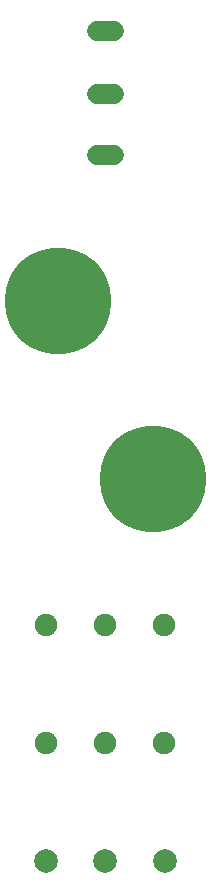
<source format=gbl>
G04 Layer: BottomLayer*
G04 EasyEDA v6.4.25, 2021-12-02T14:12:09+11:00*
G04 a67cddfb3fce44daa9051d46cbbcc19f,10*
G04 Gerber Generator version 0.2*
G04 Scale: 100 percent, Rotated: No, Reflected: No *
G04 Dimensions in millimeters *
G04 leading zeros omitted , absolute positions ,4 integer and 5 decimal *
%FSLAX45Y45*%
%MOMM*%

%ADD12C,2.0000*%
%ADD13C,1.9000*%
%ADD14C,9.0000*%
%ADD15C,1.7000*%

%LPD*%
D12*
G01*
X495935Y1499996D03*
G01*
X996822Y1499996D03*
G01*
X1504061Y1499996D03*
D13*
G01*
X1499996Y3499993D03*
G01*
X999997Y3499993D03*
G01*
X999997Y2499995D03*
G01*
X499998Y2499995D03*
G01*
X499998Y3499993D03*
G01*
X1499996Y2499995D03*
D14*
G01*
X599998Y6237300D03*
G01*
X1399997Y4737303D03*
D15*
X924999Y8525002D02*
G01*
X1074999Y8525002D01*
X924999Y7995005D02*
G01*
X1074999Y7995005D01*
X924999Y7474991D02*
G01*
X1074999Y7474991D01*
M02*

</source>
